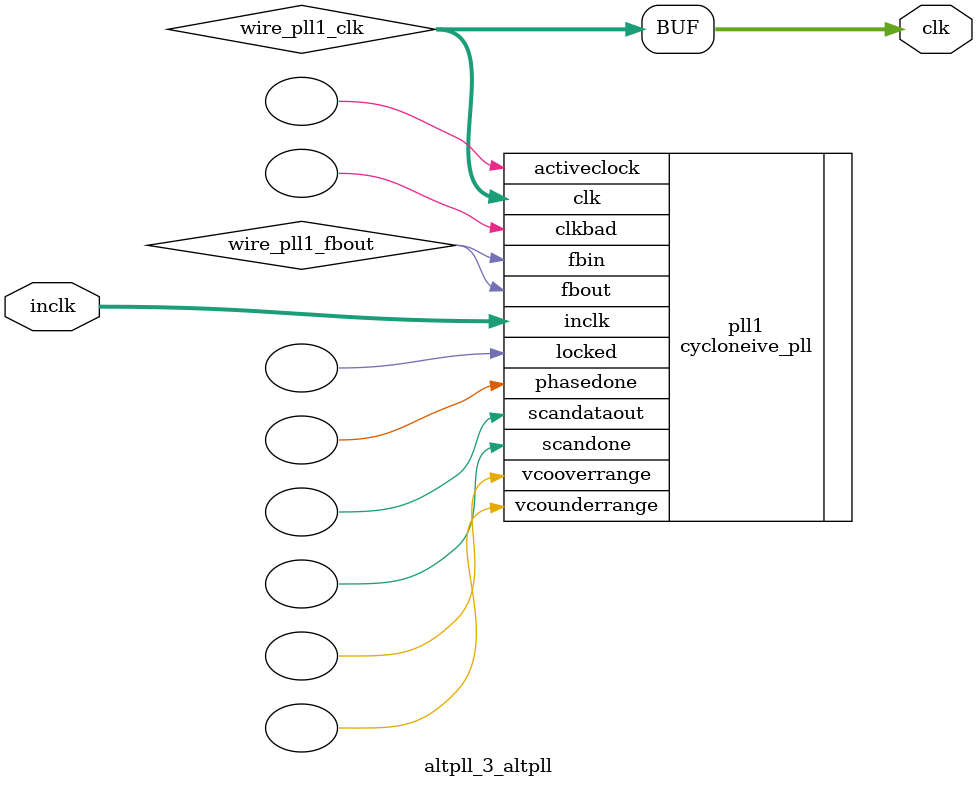
<source format=v>






//synthesis_resources = cycloneive_pll 1 
//synopsys translate_off
`timescale 1 ps / 1 ps
//synopsys translate_on
module  altpll_3_altpll
	( 
	clk,
	inclk) /* synthesis synthesis_clearbox=1 */;
	output   [4:0]  clk;
	input   [1:0]  inclk;
`ifndef ALTERA_RESERVED_QIS
// synopsys translate_off
`endif
	tri0   [1:0]  inclk;
`ifndef ALTERA_RESERVED_QIS
// synopsys translate_on
`endif

	wire  [4:0]   wire_pll1_clk;
	wire  wire_pll1_fbout;

	cycloneive_pll   pll1
	( 
	.activeclock(),
	.clk(wire_pll1_clk),
	.clkbad(),
	.fbin(wire_pll1_fbout),
	.fbout(wire_pll1_fbout),
	.inclk(inclk),
	.locked(),
	.phasedone(),
	.scandataout(),
	.scandone(),
	.vcooverrange(),
	.vcounderrange()
	`ifndef FORMAL_VERIFICATION
	// synopsys translate_off
	`endif
	,
	.areset(1'b0),
	.clkswitch(1'b0),
	.configupdate(1'b0),
	.pfdena(1'b1),
	.phasecounterselect({3{1'b0}}),
	.phasestep(1'b0),
	.phaseupdown(1'b0),
	.scanclk(1'b0),
	.scanclkena(1'b1),
	.scandata(1'b0)
	`ifndef FORMAL_VERIFICATION
	// synopsys translate_on
	`endif
	);
	defparam
		pll1.bandwidth_type = "auto",
		pll1.clk0_divide_by = 2,
		pll1.clk0_duty_cycle = 50,
		pll1.clk0_multiply_by = 1,
		pll1.clk0_phase_shift = "-2222",
		pll1.compensate_clock = "clk0",
		pll1.inclk0_input_frequency = 40000,
		pll1.operation_mode = "normal",
		pll1.pll_type = "auto",
		pll1.lpm_type = "cycloneive_pll";
	assign
		clk = {wire_pll1_clk[4:0]};
endmodule //altpll_3_altpll
//VALID FILE

</source>
